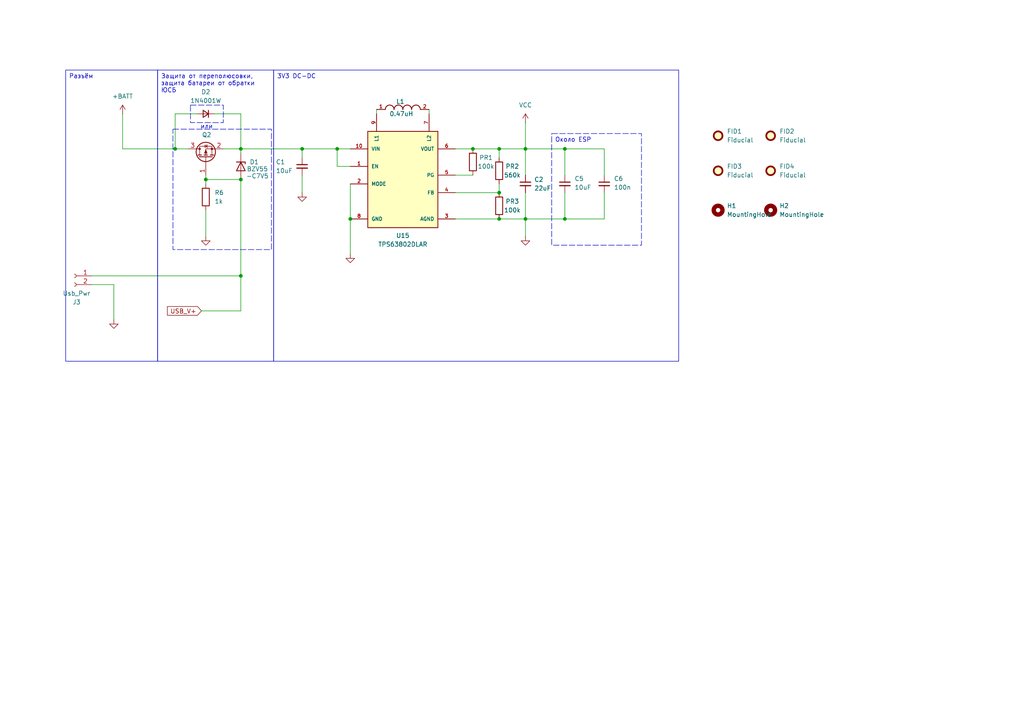
<source format=kicad_sch>
(kicad_sch (version 20250114) (generator "eeschema") (generator_version "9.0")
  (paper "A4")
  (title_block (title "Ornex Z-Lock") (date "2025-06-11") (rev "0.1.0") (company "Ornex") (comment 1 "Схема питания"))
  (lib_symbols
    (symbol "Connector:Conn_01x02_Socket" (pin_names (offset 1.016) (hide yes))
      (property "Reference" "J" (at 0 2.54 0))
      (property "Value" "Conn_01x02_Socket" (at 0 -5.08 0))
      (symbol "Conn_01x02_Socket_1_1"
        (polyline (pts (xy -1.27 0) (xy -0.508 0)) (stroke (width 0.1524)))
        (polyline (pts (xy -1.27 -2.54) (xy -0.508 -2.54)) (stroke (width 0.1524)))
        (arc (start 0 -0.508) (mid -0.5058 0) (end 0 0.508) (stroke (width 0.1524)))
        (arc (start 0 -3.048) (mid -0.5058 -2.54) (end 0 -2.032) (stroke (width 0.1524)))
        (pin passive line (at -5.08 0 0) (length 3.81) (name "Pin_1") (number "1"))
        (pin passive line (at -5.08 -2.54 0) (length 3.81) (name "Pin_2") (number "2"))
      )
    )
    (symbol "DFE201612E-2R2M_P2:DFE201612E-2R2M=P2" (pin_names (offset 1.016))
      (property "Reference" "L" (at -7.62 5.08 0))
      (property "Value" "DFE201612E-2R2M=P2" (at -7.62 2.54 0))
      (symbol "DFE201612E-2R2M=P2_0_0"
        (arc (start -5.08 0) (mid -3.81 1.2645) (end -2.54 0) (stroke (width 0.254)))
        (arc (start -2.54 0) (mid -1.27 1.2645) (end 0 0) (stroke (width 0.254)))
        (arc (start 0 0) (mid 1.27 1.2645) (end 2.54 0) (stroke (width 0.254)))
        (arc (start 2.54 0) (mid 3.81 1.2645) (end 5.08 0) (stroke (width 0.254)))
        (pin passive line (at -7.62 0 0) (length 2.54) (name "~") (number "1"))
        (pin passive line (at 7.62 0 180) (length 2.54) (name "~") (number "2"))
      )
    )
    (symbol "Device:C_Small" (pin_numbers (hide yes)) (pin_names (offset 0.254) (hide yes))
      (property "Reference" "C" (at 0.254 1.778 0))
      (property "Value" "C_Small" (at 0.254 -2.032 0))
      (symbol "C_Small_0_1"
        (polyline (pts (xy -1.524 0.508) (xy 1.524 0.508)) (stroke (width 0.3048)))
        (polyline (pts (xy -1.524 -0.508) (xy 1.524 -0.508)) (stroke (width 0.3302)))
      )
      (symbol "C_Small_1_1"
        (pin passive line (at 0 2.54 270) (length 2.032) (name "~") (number "1"))
        (pin passive line (at 0 -2.54 90) (length 2.032) (name "~") (number "2"))
      )
    )
    (symbol "Device:D_Small" (pin_numbers (hide yes)) (pin_names (offset 0.254) (hide yes))
      (property "Reference" "D" (at -1.27 2.032 0))
      (property "Value" "D_Small" (at -3.81 -2.032 0))
      (symbol "D_Small_0_1"
        (polyline (pts (xy -0.762 0) (xy 0.762 0)))
        (polyline (pts (xy -0.762 -1.016) (xy -0.762 1.016)) (stroke (width 0.254)))
        (polyline (pts (xy 0.762 -1.016) (xy -0.762 0) (xy 0.762 1.016) (xy 0.762 -1.016)) (stroke (width 0.254)))
      )
      (symbol "D_Small_1_1"
        (pin passive line (at -2.54 0 0) (length 1.778) (name "K") (number "1"))
        (pin passive line (at 2.54 0 180) (length 1.778) (name "A") (number "2"))
      )
    )
    (symbol "Device:D_Zener" (pin_numbers (hide yes)) (pin_names (offset 1.016) (hide yes))
      (property "Reference" "D" (at 0 2.54 0))
      (property "Value" "D_Zener" (at 0 -2.54 0))
      (symbol "D_Zener_0_1"
        (polyline (pts (xy -1.27 -1.27) (xy -1.27 1.27) (xy -0.762 1.27)) (stroke (width 0.254)))
        (polyline (pts (xy 1.27 0) (xy -1.27 0)))
        (polyline (pts (xy 1.27 -1.27) (xy 1.27 1.27) (xy -1.27 0) (xy 1.27 -1.27)) (stroke (width 0.254)))
      )
      (symbol "D_Zener_1_1"
        (pin passive line (at -3.81 0 0) (length 2.54) (name "K") (number "1"))
        (pin passive line (at 3.81 0 180) (length 2.54) (name "A") (number "2"))
      )
    )
    (symbol "Device:R" (pin_numbers (hide yes)) (pin_names (offset 0))
      (property "Reference" "R" (at 2.032 0 90))
      (property "Value" "R" (at 0 0 90))
      (symbol "R_0_1"
        (rectangle (start -1.016 -2.54) (end 1.016 2.54) (stroke (width 0.254)))
      )
      (symbol "R_1_1"
        (pin passive line (at 0 3.81 270) (length 1.27) (name "~") (number "1"))
        (pin passive line (at 0 -3.81 90) (length 1.27) (name "~") (number "2"))
      )
    )
    (symbol "Mechanical:Fiducial" (in_bom no)
      (property "Reference" "FID" (at 0 5.08 0))
      (property "Value" "Fiducial" (at 0 3.175 0))
      (symbol "Fiducial_0_1"
        (circle (center 0 0) (radius 1.27) (stroke (width 0.508)) (fill (type background)))
      )
    )
    (symbol "Mechanical:MountingHole" (pin_names (offset 1.016)) (in_bom no)
      (property "Reference" "H" (at 0 5.08 0))
      (property "Value" "MountingHole" (at 0 3.175 0))
      (symbol "MountingHole_0_1"
        (circle (center 0 0) (radius 1.27) (stroke (width 1.27)))
      )
    )
    (symbol "OrnexParts:Si2323" (pin_names (hide yes))
      (property "Reference" "Q" (at 5.08 1.905 0))
      (property "Value" "Si2323" (at 5.08 0 0))
      (symbol "Si2323_0_1"
        (polyline (pts (xy 0.254 1.905) (xy 0.254 -1.905)) (stroke (width 0.254)))
        (polyline (pts (xy 0.254 0) (xy -2.54 0)))
        (polyline (pts (xy 0.762 2.286) (xy 0.762 1.27)) (stroke (width 0.254)))
        (polyline (pts (xy 0.762 1.778) (xy 3.302 1.778) (xy 3.302 -1.778) (xy 0.762 -1.778)))
        (polyline (pts (xy 0.762 0.508) (xy 0.762 -0.508)) (stroke (width 0.254)))
        (polyline (pts (xy 0.762 -1.27) (xy 0.762 -2.286)) (stroke (width 0.254)))
        (circle (center 1.651 0) (radius 2.794) (stroke (width 0.254)))
        (polyline (pts (xy 2.286 0) (xy 1.27 0.381) (xy 1.27 -0.381) (xy 2.286 0)) (fill (type outline)))
        (polyline (pts (xy 2.54 2.54) (xy 2.54 1.778)))
        (circle (center 2.54 1.778) (radius 0.254) (fill (type outline)))
        (circle (center 2.54 -1.778) (radius 0.254) (fill (type outline)))
        (polyline (pts (xy 2.54 -2.54) (xy 2.54 0) (xy 0.762 0)))
        (polyline (pts (xy 2.794 -0.508) (xy 2.921 -0.381) (xy 3.683 -0.381) (xy 3.81 -0.254)))
        (polyline (pts (xy 3.302 -0.381) (xy 2.921 0.254) (xy 3.683 0.254) (xy 3.302 -0.381)))
      )
      (symbol "Si2323_1_1"
        (pin input line (at -5.08 0 0) (length 2.54) (name "G") (number "1"))
        (pin passive line (at 2.54 5.08 270) (length 2.54) (name "D") (number "3"))
        (pin passive line (at 2.54 -5.08 90) (length 2.54) (name "S") (number "2"))
      )
    )
    (symbol "Project Symbols:TPS63802DLAR" (pin_names (offset 1.016))
      (property "Reference" "U" (at -10.16 13.97 0))
      (property "Value" "TPS63802DLAR" (at -7.62 -16.51 0))
      (symbol "TPS63802DLAR_0_0"
        (rectangle (start -10.16 12.7) (end 10.16 -15.24) (stroke (width 0.254)) (fill (type background)))
        (pin input line (at -15.24 7.62 0) (length 5.08) (name "VIN") (number "10"))
        (pin input line (at -15.24 2.54 0) (length 5.08) (name "EN") (number "1"))
        (pin input line (at -15.24 -2.54 0) (length 5.08) (name "MODE") (number "2"))
        (pin power_in line (at -15.24 -12.7 0) (length 5.08) (name "GND") (number "8"))
        (pin passive line (at 7.62 17.78 270) (length 5.08) (name "L2") (number "7"))
        (pin output line (at 15.24 7.62 180) (length 5.08) (name "VOUT") (number "6"))
        (pin output line (at 15.24 0 180) (length 5.08) (name "PG") (number "5"))
        (pin input line (at 15.24 -5.08 180) (length 5.08) (name "FB") (number "4"))
        (pin power_in line (at 15.24 -12.7 180) (length 5.08) (name "AGND") (number "3"))
      )
      (symbol "TPS63802DLAR_1_0"
        (pin passive line (at -7.62 17.78 270) (length 5.08) (name "L1") (number "9"))
      )
    )
    (symbol "power:+BATT" (power) (pin_numbers (hide yes)) (pin_names (offset 0) (hide yes))
      (property "Value" "+BATT" (at 0 3.556 0))
      (symbol "+BATT_0_1"
        (polyline (pts (xy -0.762 1.27) (xy 0 2.54)))
        (polyline (pts (xy 0 2.54) (xy 0.762 1.27)))
        (polyline (pts (xy 0 0) (xy 0 2.54)))
      )
      (symbol "+BATT_1_1"
        (pin power_in line (at 0 0 90) (length 0) (name "~") (number "1"))
      )
    )
    (symbol "power:GND" (power) (pin_numbers (hide yes)) (pin_names (offset 0) (hide yes))
      (property "Value" "GND" (at 0 -3.81 0))
      (symbol "GND_0_1"
        (polyline (pts (xy 0 0) (xy 0 -1.27) (xy 1.27 -1.27) (xy 0 -2.54) (xy -1.27 -1.27) (xy 0 -1.27)))
      )
      (symbol "GND_1_1"
        (pin power_in line (at 0 0 270) (length 0) (name "~") (number "1"))
      )
    )
    (symbol "power:VCC" (power) (pin_numbers (hide yes)) (pin_names (offset 0) (hide yes))
      (property "Value" "VCC" (at 0 3.556 0))
      (symbol "VCC_0_1"
        (polyline (pts (xy -0.762 1.27) (xy 0 2.54)))
        (polyline (pts (xy 0 2.54) (xy 0.762 1.27)))
        (polyline (pts (xy 0 0) (xy 0 2.54)))
      )
      (symbol "VCC_1_1"
        (pin power_in line (at 0 0 90) (length 0) (name "~") (number "1"))
      )
    )
  )
  (rectangle (start 55.245 30.48) (end 64.77 35.56) (stroke (width 0) (type dash)))
  (rectangle (start 50.165 37.465) (end 78.74 72.39) (stroke (width 0) (type dash)))
  (text "или" (at 59.944 36.83 0) (effects (font (size 1.27 1.27))))
  (text_box "Около ESP" (at 160.02 38.735 0) (size 26.035 32.385) (margins 0.9525 0.9525 0.9525 0.9525) (stroke (width 0) (type dash)) (effects (font (size 1.27 1.27)) (justify left top)))
  (text_box "Защита от переполюсовки, защита батареи от обратки ЮСБ" (at 45.72 20.32 0) (size 33.655 84.455) (margins 0.9525 0.9525 0.9525 0.9525) (effects (font (size 1.27 1.27)) (justify left top)))
  (text_box "Разъём" (at 19.05 20.32 0) (size 26.67 84.455) (margins 0.9525 0.9525 0.9525 0.9525) (effects (font (size 1.27 1.27)) (justify left top)))
  (text_box "3V3 DC-DC" (at 79.375 20.32 0) (size 117.475 84.455) (margins 0.9525 0.9525 0.9525 0.9525) (effects (font (size 1.27 1.27)) (justify left top)))
  (junction (at 152.4 63.5))
  (junction (at 69.85 80.01))
  (junction (at 101.6 63.5))
  (junction (at 87.63 43.18))
  (junction (at 144.78 55.88))
  (junction (at 50.8 43.18))
  (junction (at 163.83 63.5))
  (junction (at 69.85 52.07))
  (junction (at 97.79 43.18))
  (junction (at 163.83 43.18))
  (junction (at 152.4 43.18))
  (junction (at 69.85 43.18))
  (junction (at 137.16 43.18))
  (junction (at 144.78 43.18))
  (junction (at 59.69 52.07))
  (junction (at 144.78 63.5))
  (wire (pts (xy 26.67 82.55) (xy 33.02 82.55)))
  (wire (pts (xy 59.69 52.07) (xy 59.69 53.34)))
  (wire (pts (xy 35.56 43.18) (xy 50.8 43.18)))
  (wire (pts (xy 163.83 43.18) (xy 152.4 43.18)))
  (wire (pts (xy 152.4 35.56) (xy 152.4 43.18)))
  (wire (pts (xy 35.56 33.02) (xy 35.56 43.18)))
  (wire (pts (xy 87.63 50.8) (xy 87.63 55.88)))
  (wire (pts (xy 26.67 80.01) (xy 69.85 80.01)))
  (wire (pts (xy 69.85 33.02) (xy 69.85 43.18)))
  (wire (pts (xy 163.83 50.8) (xy 163.83 43.18)))
  (wire (pts (xy 132.08 63.5) (xy 144.78 63.5)))
  (wire (pts (xy 132.08 50.8) (xy 137.16 50.8)))
  (wire (pts (xy 137.16 43.18) (xy 144.78 43.18)))
  (wire (pts (xy 152.4 55.88) (xy 152.4 63.5)))
  (wire (pts (xy 69.85 52.07) (xy 69.85 80.01)))
  (wire (pts (xy 175.26 55.88) (xy 175.26 63.5)))
  (wire (pts (xy 101.6 48.26) (xy 97.79 48.26)))
  (wire (pts (xy 163.83 55.88) (xy 163.83 63.5)))
  (wire (pts (xy 109.22 31.75) (xy 109.22 33.02)))
  (wire (pts (xy 144.78 53.34) (xy 144.78 55.88)))
  (wire (pts (xy 132.08 55.88) (xy 144.78 55.88)))
  (wire (pts (xy 59.69 60.96) (xy 59.69 68.58)))
  (wire (pts (xy 87.63 43.18) (xy 87.63 45.72)))
  (wire (pts (xy 59.69 52.07) (xy 69.85 52.07)))
  (wire (pts (xy 62.23 33.02) (xy 69.85 33.02)))
  (wire (pts (xy 33.02 82.55) (xy 33.02 92.71)))
  (wire (pts (xy 69.85 80.01) (xy 69.85 90.17)))
  (wire (pts (xy 50.8 33.02) (xy 50.8 43.18)))
  (wire (pts (xy 97.79 48.26) (xy 97.79 43.18)))
  (wire (pts (xy 101.6 53.34) (xy 101.6 63.5)))
  (wire (pts (xy 144.78 43.18) (xy 152.4 43.18)))
  (wire (pts (xy 101.6 63.5) (xy 101.6 73.66)))
  (wire (pts (xy 69.85 43.18) (xy 87.63 43.18)))
  (wire (pts (xy 152.4 43.18) (xy 152.4 50.8)))
  (wire (pts (xy 132.08 43.18) (xy 137.16 43.18)))
  (wire (pts (xy 124.46 31.75) (xy 124.46 33.02)))
  (wire (pts (xy 57.15 33.02) (xy 50.8 33.02)))
  (wire (pts (xy 58.42 90.17) (xy 69.85 90.17)))
  (wire (pts (xy 87.63 43.18) (xy 97.79 43.18)))
  (wire (pts (xy 152.4 63.5) (xy 163.83 63.5)))
  (wire (pts (xy 175.26 43.18) (xy 163.83 43.18)))
  (wire (pts (xy 59.69 50.8) (xy 59.69 52.07)))
  (wire (pts (xy 97.79 43.18) (xy 101.6 43.18)))
  (wire (pts (xy 69.85 43.18) (xy 69.85 44.45)))
  (wire (pts (xy 152.4 63.5) (xy 152.4 68.58)))
  (wire (pts (xy 64.77 43.18) (xy 69.85 43.18)))
  (wire (pts (xy 175.26 50.8) (xy 175.26 43.18)))
  (wire (pts (xy 50.8 43.18) (xy 54.61 43.18)))
  (wire (pts (xy 144.78 45.72) (xy 144.78 43.18)))
  (wire (pts (xy 144.78 63.5) (xy 152.4 63.5)))
  (wire (pts (xy 163.83 63.5) (xy 175.26 63.5)))
  (global_label "USB_V+" (shape input) (at 58.42 90.17 180) (property "Intersheetrefs" "${INTERSHEET_REFS}" (effects (hide yes))))
  (symbol (lib_id "Mechanical:Fiducial") (at 223.52 39.37 0) (unit 1) (in_bom no)
    (property "Reference" "FID2" (at 226.06 38.0999 0) (effects (justify left)))
    (property "Value" "Fiducial" (at 226.06 40.6399 0) (effects (justify left)))
    (property "Footprint" "Fiducial:Fiducial_0.5mm_Mask1mm" (effects (hide yes)))
    (property "Description" "Fiducial Marker" (effects (hide yes)))
  )
  (symbol (lib_id "Connector:Conn_01x02_Socket") (at 21.59 80.01 0) (mirror y) (unit 1)
    (property "Reference" "J3" (at 22.225 87.63 0))
    (property "Value" "Usb_Pwr" (at 22.225 85.09 0))
    (property "Footprint" "Connector_Molex:Molex_PicoBlade_53398-0271_1x02-1MP_P1.25mm_Vertical" (effects (hide yes)))
    (property "Description" "Generic connector, single row, 01x02, script generated" (effects (hide yes)))
  )
  (symbol (lib_id "Mechanical:MountingHole") (at 208.28 60.96 0) (unit 1) (in_bom no)
    (property "Reference" "H1" (at 210.82 59.6899 0) (effects (justify left)))
    (property "Value" "MountingHole" (at 210.82 62.2299 0) (effects (justify left)))
    (property "Footprint" "MountingHole:MountingHole_3.2mm_M3_ISO14580" (effects (hide yes)))
    (property "Description" "Mounting Hole without connection" (effects (hide yes)))
  )
  (symbol (lib_id "Device:C_Small") (at 175.26 53.34 0) (unit 1)
    (property "Reference" "C6" (at 178.054 51.816 0) (effects (justify left)))
    (property "Value" "100n" (at 178.054 54.356 0) (effects (justify left)))
    (property "Footprint" "Capacitor_SMD:C_0805_2012Metric_Pad1.18x1.45mm_HandSolder" (effects (hide yes)))
    (property "LCSC Part #" "C19702" (effects (hide yes)))
  )
  (symbol (lib_id "Device:R") (at 59.69 57.15 0) (unit 1)
    (property "Reference" "R6" (at 62.23 55.8799 0) (effects (justify left)))
    (property "Value" "1k" (at 62.23 58.4199 0) (effects (justify left)))
    (property "Footprint" "Resistor_SMD:R_0805_2012Metric_Pad1.20x1.40mm_HandSolder" (effects (hide yes)))
    (property "Description" "Resistor" (effects (hide yes)))
  )
  (symbol (lib_id "power:GND") (at 87.63 55.88 0) (unit 1)
    (property "Reference" "#PWR016" (effects (hide yes)))
    (property "Value" "GND" (effects (hide yes)))
  )
  (symbol (lib_id "Project Symbols:TPS63802DLAR") (at 116.84 50.8 0) (unit 1)
    (property "Reference" "U15" (at 116.84 68.326 0))
    (property "Value" "TPS63802DLAR" (at 116.84 70.866 0))
    (property "Footprint" "Ornex:TPS63802DLAR" (effects (hide yes)))
    (property "LCSC Part #" "C2845237" (effects (hide yes)))
  )
  (symbol (lib_id "power:GND") (at 33.02 92.71 0) (unit 1)
    (property "Reference" "#PWR014" (effects (hide yes)))
    (property "Value" "GND" (effects (hide yes)))
    (property "Description" "Power symbol creates a global label with name \"GND\" , ground" (effects (hide yes)))
  )
  (symbol (lib_id "Mechanical:Fiducial") (at 223.52 49.53 0) (unit 1) (in_bom no)
    (property "Reference" "FID4" (at 226.06 48.2599 0) (effects (justify left)))
    (property "Value" "Fiducial" (at 226.06 50.7999 0) (effects (justify left)))
    (property "Footprint" "Fiducial:Fiducial_0.5mm_Mask1mm" (effects (hide yes)))
    (property "Description" "Fiducial Marker" (effects (hide yes)))
  )
  (symbol (lib_id "Device:R") (at 137.16 46.99 0) (unit 1)
    (property "Reference" "PR1" (at 140.97 45.72 0))
    (property "Value" "100k" (at 140.97 48.26 0))
    (property "Footprint" "Resistor_SMD:R_0805_2012Metric_Pad1.20x1.40mm_HandSolder" (effects (hide yes)))
    (property "LCSC Part #" "C25803" (effects (hide yes)))
  )
  (symbol (lib_id "DFE201612E-2R2M_P2:DFE201612E-2R2M=P2") (at 116.84 31.75 0) (unit 1)
    (property "Reference" "L1" (at 117.348 29.464 0) (effects (justify right)))
    (property "Value" "0.47uH" (at 119.888 33.02 0) (effects (justify right)))
    (property "Footprint" "Ornex:INDC2016X120N" (effects (hide yes)))
    (property "LCSC Part #" "C668312" (effects (hide yes)))
  )
  (symbol (lib_id "power:VCC") (at 152.4 35.56 0) (unit 1)
    (property "Reference" "#PWR015" (effects (hide yes)))
    (property "Value" "VCC" (at 152.4 30.48 0))
    (property "Description" "Power symbol creates a global label with name \"VCC\"" (effects (hide yes)))
  )
  (symbol (lib_id "power:GND") (at 101.6 73.66 0) (unit 1)
    (property "Reference" "#PWR017" (effects (hide yes)))
    (property "Value" "GND" (effects (hide yes)))
  )
  (symbol (lib_id "OrnexParts:Si2323") (at 59.69 45.72 90) (unit 1)
    (property "Reference" "Q2" (at 59.944 39.116 90))
    (property "Value" "Si2323" (effects (hide yes)))
    (property "Footprint" "Package_TO_SOT_SMD:SOT-23" (effects (hide yes)))
    (property "Datasheet" "http://www.vishay.com/docs/66709/si2319cd.pdf" (effects (hide yes)))
    (property "Description" "-4.4A Id, -40V Vds, P-Channel MOSFET, SOT-23" (effects (hide yes)))
  )
  (symbol (lib_id "Device:R") (at 144.78 49.53 0) (unit 1)
    (property "Reference" "PR2" (at 148.59 48.26 0))
    (property "Value" "560k" (at 148.59 50.8 0))
    (property "Footprint" "Resistor_SMD:R_0805_2012Metric_Pad1.20x1.40mm_HandSolder" (effects (hide yes)))
    (property "LCSC Part #" "C101109" (effects (hide yes)))
  )
  (symbol (lib_id "power:GND") (at 59.69 68.58 0) (unit 1)
    (property "Reference" "#PWR018" (effects (hide yes)))
    (property "Value" "GND" (effects (hide yes)))
    (property "Description" "Power symbol creates a global label with name \"GND\" , ground" (effects (hide yes)))
  )
  (symbol (lib_id "power:+BATT") (at 35.56 33.02 0) (unit 1)
    (property "Reference" "#PWR020" (effects (hide yes)))
    (property "Value" "+BATT" (at 35.56 27.94 0))
    (property "Description" "Power symbol creates a global label with name \"+BATT\"" (effects (hide yes)))
  )
  (symbol (lib_id "Device:D_Zener") (at 69.85 48.26 270) (unit 1)
    (property "Reference" "D1" (at 72.39 46.9899 90) (effects (justify left)))
    (property "Value" "BZV55\n-C7V5" (at 71.374 50.038 90) (effects (justify left)))
    (property "Footprint" "Diode_SMD:D_MiniMELF_Handsoldering" (effects (hide yes)))
    (property "Description" "Zener diode" (effects (hide yes)))
  )
  (symbol (lib_id "Mechanical:Fiducial") (at 208.28 39.37 0) (unit 1) (in_bom no)
    (property "Reference" "FID1" (at 210.82 38.0999 0) (effects (justify left)))
    (property "Value" "Fiducial" (at 210.82 40.6399 0) (effects (justify left)))
    (property "Footprint" "Fiducial:Fiducial_0.5mm_Mask1mm" (effects (hide yes)))
    (property "Description" "Fiducial Marker" (effects (hide yes)))
  )
  (symbol (lib_id "Device:C_Small") (at 163.83 53.34 0) (unit 1)
    (property "Reference" "C5" (at 166.624 51.816 0) (effects (justify left)))
    (property "Value" "10uF" (at 166.624 54.356 0) (effects (justify left)))
    (property "Footprint" "Capacitor_SMD:C_0805_2012Metric_Pad1.18x1.45mm_HandSolder" (effects (hide yes)))
    (property "LCSC Part #" "C19702" (effects (hide yes)))
  )
  (symbol (lib_id "power:GND") (at 152.4 68.58 0) (unit 1)
    (property "Reference" "#PWR019" (effects (hide yes)))
    (property "Value" "GND" (effects (hide yes)))
  )
  (symbol (lib_id "Mechanical:MountingHole") (at 223.52 60.96 0) (unit 1) (in_bom no)
    (property "Reference" "H2" (at 226.06 59.6899 0) (effects (justify left)))
    (property "Value" "MountingHole" (at 226.06 62.2299 0) (effects (justify left)))
    (property "Footprint" "MountingHole:MountingHole_3.2mm_M3_ISO14580" (effects (hide yes)))
    (property "Description" "Mounting Hole without connection" (effects (hide yes)))
  )
  (symbol (lib_id "Device:C_Small") (at 152.4 53.34 0) (unit 1)
    (property "Reference" "C2" (at 154.94 52.07 0) (effects (justify left)))
    (property "Value" "22uF" (at 154.94 54.61 0) (effects (justify left)))
    (property "Footprint" "Capacitor_SMD:C_0805_2012Metric_Pad1.18x1.45mm_HandSolder" (effects (hide yes)))
    (property "LCSC Part #" "C59461" (effects (hide yes)))
  )
  (symbol (lib_id "Device:D_Small") (at 59.69 33.02 180) (unit 1)
    (property "Reference" "D2" (at 59.69 26.67 0))
    (property "Value" "1N4001W" (at 59.69 29.21 0))
    (property "Footprint" "Diode_SMD:D_SOD-123F" (effects (hide yes)))
    (property "Description" "Diode, small symbol" (effects (hide yes)))
    (property "Sim.Device" "D" (effects (hide yes)))
    (property "Sim.Pins" "1=K 2=A" (effects (hide yes)))
  )
  (symbol (lib_id "Device:C_Small") (at 87.63 48.26 0) (unit 1)
    (property "Reference" "C1" (at 80.01 46.99 0) (effects (justify left)))
    (property "Value" "10uF" (at 80.01 49.53 0) (effects (justify left)))
    (property "Footprint" "Capacitor_SMD:C_0805_2012Metric_Pad1.18x1.45mm_HandSolder" (effects (hide yes)))
    (property "LCSC Part #" "C19702" (effects (hide yes)))
  )
  (symbol (lib_id "Mechanical:Fiducial") (at 208.28 49.53 0) (unit 1) (in_bom no)
    (property "Reference" "FID3" (at 210.82 48.2599 0) (effects (justify left)))
    (property "Value" "Fiducial" (at 210.82 50.7999 0) (effects (justify left)))
    (property "Footprint" "Fiducial:Fiducial_0.5mm_Mask1mm" (effects (hide yes)))
    (property "Description" "Fiducial Marker" (effects (hide yes)))
  )
  (symbol (lib_id "Device:R") (at 144.78 59.69 0) (unit 1)
    (property "Reference" "PR3" (at 148.59 58.42 0))
    (property "Value" "100k" (at 148.59 60.96 0))
    (property "Footprint" "Resistor_SMD:R_0805_2012Metric_Pad1.20x1.40mm_HandSolder" (effects (hide yes)))
    (property "LCSC Part #" "C25803" (effects (hide yes)))
  )
)
</source>
